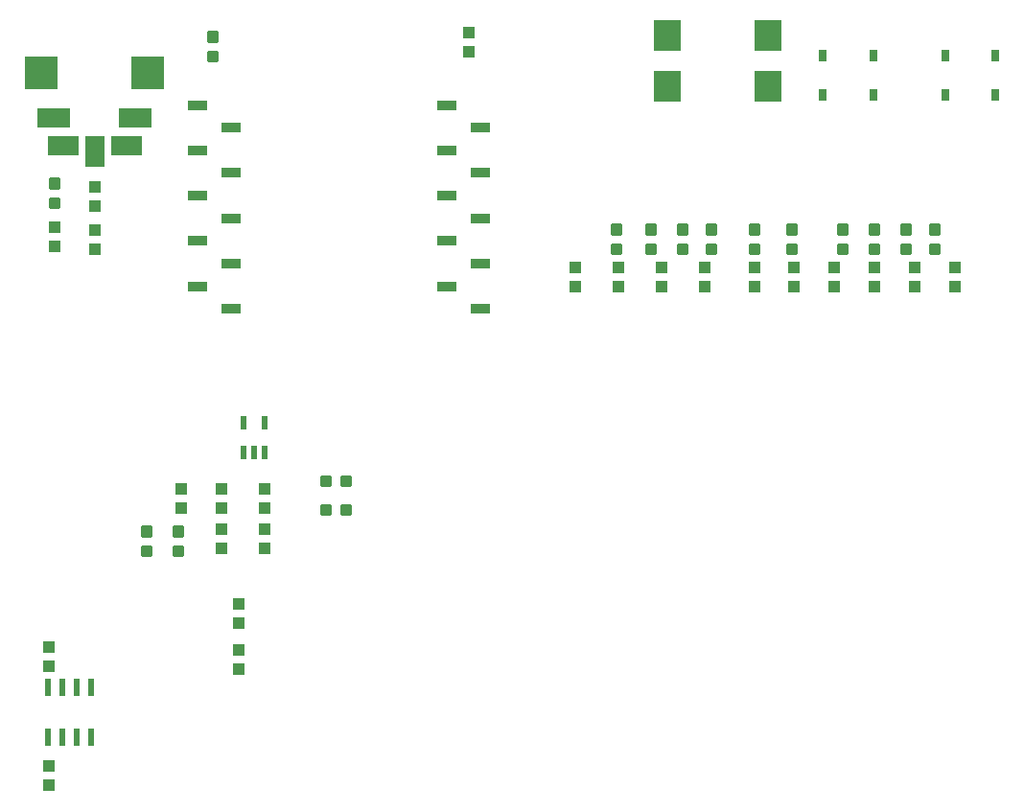
<source format=gtp>
G75*
%MOIN*%
%OFA0B0*%
%FSLAX25Y25*%
%IPPOS*%
%LPD*%
%AMOC8*
5,1,8,0,0,1.08239X$1,22.5*
%
%ADD10R,0.03937X0.04331*%
%ADD11R,0.02756X0.04331*%
%ADD12C,0.01181*%
%ADD13R,0.06693X0.03346*%
%ADD14R,0.02165X0.04724*%
%ADD15R,0.11811X0.11811*%
%ADD16R,0.11811X0.07087*%
%ADD17R,0.11024X0.07087*%
%ADD18R,0.07087X0.11024*%
%ADD19R,0.09449X0.11024*%
%ADD20R,0.02362X0.06102*%
D10*
X0024178Y0046454D03*
X0024178Y0053146D03*
X0024178Y0087954D03*
X0024178Y0094646D03*
X0070178Y0142954D03*
X0070178Y0149646D03*
X0084178Y0149646D03*
X0084178Y0142954D03*
X0084178Y0135646D03*
X0084178Y0128954D03*
X0099178Y0128954D03*
X0099178Y0135646D03*
X0099178Y0142954D03*
X0099178Y0149646D03*
X0090178Y0109646D03*
X0090178Y0102954D03*
X0090178Y0093646D03*
X0090178Y0086954D03*
X0207178Y0219954D03*
X0207178Y0226646D03*
X0222178Y0226646D03*
X0222178Y0219954D03*
X0237178Y0219954D03*
X0237178Y0226646D03*
X0252178Y0226646D03*
X0252178Y0219954D03*
X0269678Y0219954D03*
X0269678Y0226646D03*
X0283178Y0226646D03*
X0283178Y0219954D03*
X0297178Y0219954D03*
X0297178Y0226646D03*
X0311178Y0226646D03*
X0311178Y0219954D03*
X0325178Y0219954D03*
X0325178Y0226646D03*
X0339178Y0226646D03*
X0339178Y0219954D03*
X0170178Y0301454D03*
X0170178Y0308146D03*
X0040178Y0254646D03*
X0040178Y0247954D03*
X0040178Y0239646D03*
X0040178Y0232954D03*
X0026178Y0233954D03*
X0026178Y0240646D03*
D11*
X0293418Y0286410D03*
X0293418Y0300190D03*
X0310938Y0300190D03*
X0310938Y0286410D03*
X0335918Y0286410D03*
X0335918Y0300190D03*
X0353438Y0300190D03*
X0353438Y0286410D03*
D12*
X0333556Y0241131D02*
X0330800Y0241131D01*
X0333556Y0241131D02*
X0333556Y0238375D01*
X0330800Y0238375D01*
X0330800Y0241131D01*
X0330800Y0239555D02*
X0333556Y0239555D01*
X0333556Y0240735D02*
X0330800Y0240735D01*
X0323556Y0241131D02*
X0320800Y0241131D01*
X0323556Y0241131D02*
X0323556Y0238375D01*
X0320800Y0238375D01*
X0320800Y0241131D01*
X0320800Y0239555D02*
X0323556Y0239555D01*
X0323556Y0240735D02*
X0320800Y0240735D01*
X0312556Y0241131D02*
X0309800Y0241131D01*
X0312556Y0241131D02*
X0312556Y0238375D01*
X0309800Y0238375D01*
X0309800Y0241131D01*
X0309800Y0239555D02*
X0312556Y0239555D01*
X0312556Y0240735D02*
X0309800Y0240735D01*
X0309800Y0234225D02*
X0312556Y0234225D01*
X0312556Y0231469D01*
X0309800Y0231469D01*
X0309800Y0234225D01*
X0309800Y0232649D02*
X0312556Y0232649D01*
X0312556Y0233829D02*
X0309800Y0233829D01*
X0301556Y0234225D02*
X0298800Y0234225D01*
X0301556Y0234225D02*
X0301556Y0231469D01*
X0298800Y0231469D01*
X0298800Y0234225D01*
X0298800Y0232649D02*
X0301556Y0232649D01*
X0301556Y0233829D02*
X0298800Y0233829D01*
X0298800Y0241131D02*
X0301556Y0241131D01*
X0301556Y0238375D01*
X0298800Y0238375D01*
X0298800Y0241131D01*
X0298800Y0239555D02*
X0301556Y0239555D01*
X0301556Y0240735D02*
X0298800Y0240735D01*
X0284056Y0241131D02*
X0281300Y0241131D01*
X0284056Y0241131D02*
X0284056Y0238375D01*
X0281300Y0238375D01*
X0281300Y0241131D01*
X0281300Y0239555D02*
X0284056Y0239555D01*
X0284056Y0240735D02*
X0281300Y0240735D01*
X0281300Y0234225D02*
X0284056Y0234225D01*
X0284056Y0231469D01*
X0281300Y0231469D01*
X0281300Y0234225D01*
X0281300Y0232649D02*
X0284056Y0232649D01*
X0284056Y0233829D02*
X0281300Y0233829D01*
X0271056Y0234225D02*
X0268300Y0234225D01*
X0271056Y0234225D02*
X0271056Y0231469D01*
X0268300Y0231469D01*
X0268300Y0234225D01*
X0268300Y0232649D02*
X0271056Y0232649D01*
X0271056Y0233829D02*
X0268300Y0233829D01*
X0268300Y0241131D02*
X0271056Y0241131D01*
X0271056Y0238375D01*
X0268300Y0238375D01*
X0268300Y0241131D01*
X0268300Y0239555D02*
X0271056Y0239555D01*
X0271056Y0240735D02*
X0268300Y0240735D01*
X0256056Y0241131D02*
X0253300Y0241131D01*
X0256056Y0241131D02*
X0256056Y0238375D01*
X0253300Y0238375D01*
X0253300Y0241131D01*
X0253300Y0239555D02*
X0256056Y0239555D01*
X0256056Y0240735D02*
X0253300Y0240735D01*
X0246056Y0241131D02*
X0243300Y0241131D01*
X0246056Y0241131D02*
X0246056Y0238375D01*
X0243300Y0238375D01*
X0243300Y0241131D01*
X0243300Y0239555D02*
X0246056Y0239555D01*
X0246056Y0240735D02*
X0243300Y0240735D01*
X0243300Y0234225D02*
X0246056Y0234225D01*
X0246056Y0231469D01*
X0243300Y0231469D01*
X0243300Y0234225D01*
X0243300Y0232649D02*
X0246056Y0232649D01*
X0246056Y0233829D02*
X0243300Y0233829D01*
X0235056Y0234225D02*
X0232300Y0234225D01*
X0235056Y0234225D02*
X0235056Y0231469D01*
X0232300Y0231469D01*
X0232300Y0234225D01*
X0232300Y0232649D02*
X0235056Y0232649D01*
X0235056Y0233829D02*
X0232300Y0233829D01*
X0232300Y0241131D02*
X0235056Y0241131D01*
X0235056Y0238375D01*
X0232300Y0238375D01*
X0232300Y0241131D01*
X0232300Y0239555D02*
X0235056Y0239555D01*
X0235056Y0240735D02*
X0232300Y0240735D01*
X0223056Y0241131D02*
X0220300Y0241131D01*
X0223056Y0241131D02*
X0223056Y0238375D01*
X0220300Y0238375D01*
X0220300Y0241131D01*
X0220300Y0239555D02*
X0223056Y0239555D01*
X0223056Y0240735D02*
X0220300Y0240735D01*
X0220300Y0234225D02*
X0223056Y0234225D01*
X0223056Y0231469D01*
X0220300Y0231469D01*
X0220300Y0234225D01*
X0220300Y0232649D02*
X0223056Y0232649D01*
X0223056Y0233829D02*
X0220300Y0233829D01*
X0253300Y0234225D02*
X0256056Y0234225D01*
X0256056Y0231469D01*
X0253300Y0231469D01*
X0253300Y0234225D01*
X0253300Y0232649D02*
X0256056Y0232649D01*
X0256056Y0233829D02*
X0253300Y0233829D01*
X0320800Y0234225D02*
X0323556Y0234225D01*
X0323556Y0231469D01*
X0320800Y0231469D01*
X0320800Y0234225D01*
X0320800Y0232649D02*
X0323556Y0232649D01*
X0323556Y0233829D02*
X0320800Y0233829D01*
X0330800Y0234225D02*
X0333556Y0234225D01*
X0333556Y0231469D01*
X0330800Y0231469D01*
X0330800Y0234225D01*
X0330800Y0232649D02*
X0333556Y0232649D01*
X0333556Y0233829D02*
X0330800Y0233829D01*
X0129009Y0153678D02*
X0129009Y0150922D01*
X0126253Y0150922D01*
X0126253Y0153678D01*
X0129009Y0153678D01*
X0129009Y0152102D02*
X0126253Y0152102D01*
X0126253Y0153282D02*
X0129009Y0153282D01*
X0122103Y0153678D02*
X0122103Y0150922D01*
X0119347Y0150922D01*
X0119347Y0153678D01*
X0122103Y0153678D01*
X0122103Y0152102D02*
X0119347Y0152102D01*
X0119347Y0153282D02*
X0122103Y0153282D01*
X0122103Y0143678D02*
X0122103Y0140922D01*
X0119347Y0140922D01*
X0119347Y0143678D01*
X0122103Y0143678D01*
X0122103Y0142102D02*
X0119347Y0142102D01*
X0119347Y0143282D02*
X0122103Y0143282D01*
X0129009Y0143678D02*
X0129009Y0140922D01*
X0126253Y0140922D01*
X0126253Y0143678D01*
X0129009Y0143678D01*
X0129009Y0142102D02*
X0126253Y0142102D01*
X0126253Y0143282D02*
X0129009Y0143282D01*
X0070556Y0136131D02*
X0067800Y0136131D01*
X0070556Y0136131D02*
X0070556Y0133375D01*
X0067800Y0133375D01*
X0067800Y0136131D01*
X0067800Y0134555D02*
X0070556Y0134555D01*
X0070556Y0135735D02*
X0067800Y0135735D01*
X0067800Y0129225D02*
X0070556Y0129225D01*
X0070556Y0126469D01*
X0067800Y0126469D01*
X0067800Y0129225D01*
X0067800Y0127649D02*
X0070556Y0127649D01*
X0070556Y0128829D02*
X0067800Y0128829D01*
X0059556Y0129225D02*
X0056800Y0129225D01*
X0059556Y0129225D02*
X0059556Y0126469D01*
X0056800Y0126469D01*
X0056800Y0129225D01*
X0056800Y0127649D02*
X0059556Y0127649D01*
X0059556Y0128829D02*
X0056800Y0128829D01*
X0056800Y0136131D02*
X0059556Y0136131D01*
X0059556Y0133375D01*
X0056800Y0133375D01*
X0056800Y0136131D01*
X0056800Y0134555D02*
X0059556Y0134555D01*
X0059556Y0135735D02*
X0056800Y0135735D01*
X0027556Y0250225D02*
X0024800Y0250225D01*
X0027556Y0250225D02*
X0027556Y0247469D01*
X0024800Y0247469D01*
X0024800Y0250225D01*
X0024800Y0248649D02*
X0027556Y0248649D01*
X0027556Y0249829D02*
X0024800Y0249829D01*
X0024800Y0257131D02*
X0027556Y0257131D01*
X0027556Y0254375D01*
X0024800Y0254375D01*
X0024800Y0257131D01*
X0024800Y0255555D02*
X0027556Y0255555D01*
X0027556Y0256735D02*
X0024800Y0256735D01*
X0079800Y0301225D02*
X0082556Y0301225D01*
X0082556Y0298469D01*
X0079800Y0298469D01*
X0079800Y0301225D01*
X0079800Y0299649D02*
X0082556Y0299649D01*
X0082556Y0300829D02*
X0079800Y0300829D01*
X0079800Y0308131D02*
X0082556Y0308131D01*
X0082556Y0305375D01*
X0079800Y0305375D01*
X0079800Y0308131D01*
X0079800Y0306555D02*
X0082556Y0306555D01*
X0082556Y0307735D02*
X0079800Y0307735D01*
D13*
X0075965Y0283040D03*
X0087776Y0275166D03*
X0075965Y0267292D03*
X0087776Y0259418D03*
X0075965Y0251544D03*
X0087776Y0243670D03*
X0075965Y0235796D03*
X0087776Y0227922D03*
X0075965Y0220048D03*
X0087776Y0212174D03*
X0162579Y0220048D03*
X0174390Y0212174D03*
X0174390Y0227922D03*
X0162579Y0235796D03*
X0174390Y0243670D03*
X0162579Y0251544D03*
X0174390Y0259418D03*
X0162579Y0267292D03*
X0174390Y0275166D03*
X0162579Y0283040D03*
D14*
X0099418Y0172419D03*
X0091938Y0172419D03*
X0091938Y0162181D03*
X0095678Y0162181D03*
X0099418Y0162181D03*
D15*
X0058682Y0294331D03*
X0021674Y0294331D03*
D16*
X0026005Y0278583D03*
X0054351Y0278583D03*
D17*
X0051201Y0268741D03*
X0029154Y0268741D03*
D18*
X0040178Y0266772D03*
D19*
X0239355Y0289544D03*
X0239178Y0307261D03*
X0274178Y0307261D03*
X0274178Y0289544D03*
D20*
X0038804Y0080674D03*
X0033804Y0080674D03*
X0028804Y0080674D03*
X0023804Y0080674D03*
X0023804Y0063351D03*
X0028804Y0063351D03*
X0033804Y0063351D03*
X0038804Y0063351D03*
M02*

</source>
